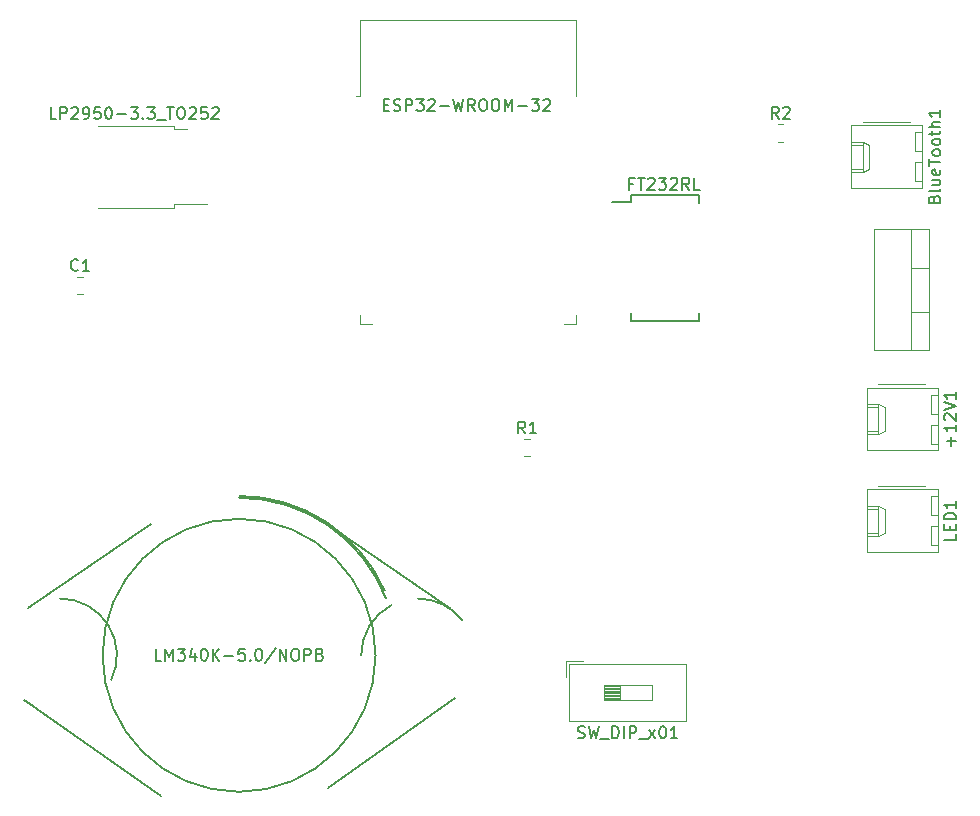
<source format=gbr>
%TF.GenerationSoftware,KiCad,Pcbnew,7.0.10*%
%TF.CreationDate,2024-03-05T16:09:12-06:00*%
%TF.ProjectId,shematic for power and light system,7368656d-6174-4696-9320-666f7220706f,rev?*%
%TF.SameCoordinates,Original*%
%TF.FileFunction,Legend,Top*%
%TF.FilePolarity,Positive*%
%FSLAX46Y46*%
G04 Gerber Fmt 4.6, Leading zero omitted, Abs format (unit mm)*
G04 Created by KiCad (PCBNEW 7.0.10) date 2024-03-05 16:09:12*
%MOMM*%
%LPD*%
G01*
G04 APERTURE LIST*
%ADD10C,0.150000*%
%ADD11C,0.152400*%
%ADD12C,0.120000*%
G04 APERTURE END LIST*
D10*
X109531971Y-122819319D02*
X109055781Y-122819319D01*
X109055781Y-122819319D02*
X109055781Y-121819319D01*
X109865305Y-122819319D02*
X109865305Y-121819319D01*
X109865305Y-121819319D02*
X110198638Y-122533604D01*
X110198638Y-122533604D02*
X110531971Y-121819319D01*
X110531971Y-121819319D02*
X110531971Y-122819319D01*
X110912924Y-121819319D02*
X111531971Y-121819319D01*
X111531971Y-121819319D02*
X111198638Y-122200271D01*
X111198638Y-122200271D02*
X111341495Y-122200271D01*
X111341495Y-122200271D02*
X111436733Y-122247890D01*
X111436733Y-122247890D02*
X111484352Y-122295509D01*
X111484352Y-122295509D02*
X111531971Y-122390747D01*
X111531971Y-122390747D02*
X111531971Y-122628842D01*
X111531971Y-122628842D02*
X111484352Y-122724080D01*
X111484352Y-122724080D02*
X111436733Y-122771700D01*
X111436733Y-122771700D02*
X111341495Y-122819319D01*
X111341495Y-122819319D02*
X111055781Y-122819319D01*
X111055781Y-122819319D02*
X110960543Y-122771700D01*
X110960543Y-122771700D02*
X110912924Y-122724080D01*
X112389114Y-122152652D02*
X112389114Y-122819319D01*
X112151019Y-121771700D02*
X111912924Y-122485985D01*
X111912924Y-122485985D02*
X112531971Y-122485985D01*
X113103400Y-121819319D02*
X113198638Y-121819319D01*
X113198638Y-121819319D02*
X113293876Y-121866938D01*
X113293876Y-121866938D02*
X113341495Y-121914557D01*
X113341495Y-121914557D02*
X113389114Y-122009795D01*
X113389114Y-122009795D02*
X113436733Y-122200271D01*
X113436733Y-122200271D02*
X113436733Y-122438366D01*
X113436733Y-122438366D02*
X113389114Y-122628842D01*
X113389114Y-122628842D02*
X113341495Y-122724080D01*
X113341495Y-122724080D02*
X113293876Y-122771700D01*
X113293876Y-122771700D02*
X113198638Y-122819319D01*
X113198638Y-122819319D02*
X113103400Y-122819319D01*
X113103400Y-122819319D02*
X113008162Y-122771700D01*
X113008162Y-122771700D02*
X112960543Y-122724080D01*
X112960543Y-122724080D02*
X112912924Y-122628842D01*
X112912924Y-122628842D02*
X112865305Y-122438366D01*
X112865305Y-122438366D02*
X112865305Y-122200271D01*
X112865305Y-122200271D02*
X112912924Y-122009795D01*
X112912924Y-122009795D02*
X112960543Y-121914557D01*
X112960543Y-121914557D02*
X113008162Y-121866938D01*
X113008162Y-121866938D02*
X113103400Y-121819319D01*
X113865305Y-122819319D02*
X113865305Y-121819319D01*
X114436733Y-122819319D02*
X114008162Y-122247890D01*
X114436733Y-121819319D02*
X113865305Y-122390747D01*
X114865305Y-122438366D02*
X115627210Y-122438366D01*
X116579590Y-121819319D02*
X116103400Y-121819319D01*
X116103400Y-121819319D02*
X116055781Y-122295509D01*
X116055781Y-122295509D02*
X116103400Y-122247890D01*
X116103400Y-122247890D02*
X116198638Y-122200271D01*
X116198638Y-122200271D02*
X116436733Y-122200271D01*
X116436733Y-122200271D02*
X116531971Y-122247890D01*
X116531971Y-122247890D02*
X116579590Y-122295509D01*
X116579590Y-122295509D02*
X116627209Y-122390747D01*
X116627209Y-122390747D02*
X116627209Y-122628842D01*
X116627209Y-122628842D02*
X116579590Y-122724080D01*
X116579590Y-122724080D02*
X116531971Y-122771700D01*
X116531971Y-122771700D02*
X116436733Y-122819319D01*
X116436733Y-122819319D02*
X116198638Y-122819319D01*
X116198638Y-122819319D02*
X116103400Y-122771700D01*
X116103400Y-122771700D02*
X116055781Y-122724080D01*
X117055781Y-122724080D02*
X117103400Y-122771700D01*
X117103400Y-122771700D02*
X117055781Y-122819319D01*
X117055781Y-122819319D02*
X117008162Y-122771700D01*
X117008162Y-122771700D02*
X117055781Y-122724080D01*
X117055781Y-122724080D02*
X117055781Y-122819319D01*
X117722447Y-121819319D02*
X117817685Y-121819319D01*
X117817685Y-121819319D02*
X117912923Y-121866938D01*
X117912923Y-121866938D02*
X117960542Y-121914557D01*
X117960542Y-121914557D02*
X118008161Y-122009795D01*
X118008161Y-122009795D02*
X118055780Y-122200271D01*
X118055780Y-122200271D02*
X118055780Y-122438366D01*
X118055780Y-122438366D02*
X118008161Y-122628842D01*
X118008161Y-122628842D02*
X117960542Y-122724080D01*
X117960542Y-122724080D02*
X117912923Y-122771700D01*
X117912923Y-122771700D02*
X117817685Y-122819319D01*
X117817685Y-122819319D02*
X117722447Y-122819319D01*
X117722447Y-122819319D02*
X117627209Y-122771700D01*
X117627209Y-122771700D02*
X117579590Y-122724080D01*
X117579590Y-122724080D02*
X117531971Y-122628842D01*
X117531971Y-122628842D02*
X117484352Y-122438366D01*
X117484352Y-122438366D02*
X117484352Y-122200271D01*
X117484352Y-122200271D02*
X117531971Y-122009795D01*
X117531971Y-122009795D02*
X117579590Y-121914557D01*
X117579590Y-121914557D02*
X117627209Y-121866938D01*
X117627209Y-121866938D02*
X117722447Y-121819319D01*
X119198637Y-121771700D02*
X118341495Y-123057414D01*
X119531971Y-122819319D02*
X119531971Y-121819319D01*
X119531971Y-121819319D02*
X120103399Y-122819319D01*
X120103399Y-122819319D02*
X120103399Y-121819319D01*
X120770066Y-121819319D02*
X120960542Y-121819319D01*
X120960542Y-121819319D02*
X121055780Y-121866938D01*
X121055780Y-121866938D02*
X121151018Y-121962176D01*
X121151018Y-121962176D02*
X121198637Y-122152652D01*
X121198637Y-122152652D02*
X121198637Y-122485985D01*
X121198637Y-122485985D02*
X121151018Y-122676461D01*
X121151018Y-122676461D02*
X121055780Y-122771700D01*
X121055780Y-122771700D02*
X120960542Y-122819319D01*
X120960542Y-122819319D02*
X120770066Y-122819319D01*
X120770066Y-122819319D02*
X120674828Y-122771700D01*
X120674828Y-122771700D02*
X120579590Y-122676461D01*
X120579590Y-122676461D02*
X120531971Y-122485985D01*
X120531971Y-122485985D02*
X120531971Y-122152652D01*
X120531971Y-122152652D02*
X120579590Y-121962176D01*
X120579590Y-121962176D02*
X120674828Y-121866938D01*
X120674828Y-121866938D02*
X120770066Y-121819319D01*
X121627209Y-122819319D02*
X121627209Y-121819319D01*
X121627209Y-121819319D02*
X122008161Y-121819319D01*
X122008161Y-121819319D02*
X122103399Y-121866938D01*
X122103399Y-121866938D02*
X122151018Y-121914557D01*
X122151018Y-121914557D02*
X122198637Y-122009795D01*
X122198637Y-122009795D02*
X122198637Y-122152652D01*
X122198637Y-122152652D02*
X122151018Y-122247890D01*
X122151018Y-122247890D02*
X122103399Y-122295509D01*
X122103399Y-122295509D02*
X122008161Y-122343128D01*
X122008161Y-122343128D02*
X121627209Y-122343128D01*
X122960542Y-122295509D02*
X123103399Y-122343128D01*
X123103399Y-122343128D02*
X123151018Y-122390747D01*
X123151018Y-122390747D02*
X123198637Y-122485985D01*
X123198637Y-122485985D02*
X123198637Y-122628842D01*
X123198637Y-122628842D02*
X123151018Y-122724080D01*
X123151018Y-122724080D02*
X123103399Y-122771700D01*
X123103399Y-122771700D02*
X123008161Y-122819319D01*
X123008161Y-122819319D02*
X122627209Y-122819319D01*
X122627209Y-122819319D02*
X122627209Y-121819319D01*
X122627209Y-121819319D02*
X122960542Y-121819319D01*
X122960542Y-121819319D02*
X123055780Y-121866938D01*
X123055780Y-121866938D02*
X123103399Y-121914557D01*
X123103399Y-121914557D02*
X123151018Y-122009795D01*
X123151018Y-122009795D02*
X123151018Y-122105033D01*
X123151018Y-122105033D02*
X123103399Y-122200271D01*
X123103399Y-122200271D02*
X123055780Y-122247890D01*
X123055780Y-122247890D02*
X122960542Y-122295509D01*
X122960542Y-122295509D02*
X122627209Y-122295509D01*
X161785823Y-76939245D02*
X161452490Y-76463054D01*
X161214395Y-76939245D02*
X161214395Y-75939245D01*
X161214395Y-75939245D02*
X161595347Y-75939245D01*
X161595347Y-75939245D02*
X161690585Y-75986864D01*
X161690585Y-75986864D02*
X161738204Y-76034483D01*
X161738204Y-76034483D02*
X161785823Y-76129721D01*
X161785823Y-76129721D02*
X161785823Y-76272578D01*
X161785823Y-76272578D02*
X161738204Y-76367816D01*
X161738204Y-76367816D02*
X161690585Y-76415435D01*
X161690585Y-76415435D02*
X161595347Y-76463054D01*
X161595347Y-76463054D02*
X161214395Y-76463054D01*
X162166776Y-76034483D02*
X162214395Y-75986864D01*
X162214395Y-75986864D02*
X162309633Y-75939245D01*
X162309633Y-75939245D02*
X162547728Y-75939245D01*
X162547728Y-75939245D02*
X162642966Y-75986864D01*
X162642966Y-75986864D02*
X162690585Y-76034483D01*
X162690585Y-76034483D02*
X162738204Y-76129721D01*
X162738204Y-76129721D02*
X162738204Y-76224959D01*
X162738204Y-76224959D02*
X162690585Y-76367816D01*
X162690585Y-76367816D02*
X162119157Y-76939245D01*
X162119157Y-76939245D02*
X162738204Y-76939245D01*
X176415463Y-104607951D02*
X176415463Y-103846047D01*
X176796416Y-104226999D02*
X176034511Y-104226999D01*
X176796416Y-102846047D02*
X176796416Y-103417475D01*
X176796416Y-103131761D02*
X175796416Y-103131761D01*
X175796416Y-103131761D02*
X175939273Y-103226999D01*
X175939273Y-103226999D02*
X176034511Y-103322237D01*
X176034511Y-103322237D02*
X176082130Y-103417475D01*
X175891654Y-102465094D02*
X175844035Y-102417475D01*
X175844035Y-102417475D02*
X175796416Y-102322237D01*
X175796416Y-102322237D02*
X175796416Y-102084142D01*
X175796416Y-102084142D02*
X175844035Y-101988904D01*
X175844035Y-101988904D02*
X175891654Y-101941285D01*
X175891654Y-101941285D02*
X175986892Y-101893666D01*
X175986892Y-101893666D02*
X176082130Y-101893666D01*
X176082130Y-101893666D02*
X176224987Y-101941285D01*
X176224987Y-101941285D02*
X176796416Y-102512713D01*
X176796416Y-102512713D02*
X176796416Y-101893666D01*
X175796416Y-101607951D02*
X176796416Y-101274618D01*
X176796416Y-101274618D02*
X175796416Y-100941285D01*
X176796416Y-100084142D02*
X176796416Y-100655570D01*
X176796416Y-100369856D02*
X175796416Y-100369856D01*
X175796416Y-100369856D02*
X175939273Y-100465094D01*
X175939273Y-100465094D02*
X176034511Y-100560332D01*
X176034511Y-100560332D02*
X176082130Y-100655570D01*
X174955791Y-83730484D02*
X175003410Y-83587627D01*
X175003410Y-83587627D02*
X175051029Y-83540008D01*
X175051029Y-83540008D02*
X175146267Y-83492389D01*
X175146267Y-83492389D02*
X175289124Y-83492389D01*
X175289124Y-83492389D02*
X175384362Y-83540008D01*
X175384362Y-83540008D02*
X175431982Y-83587627D01*
X175431982Y-83587627D02*
X175479601Y-83682865D01*
X175479601Y-83682865D02*
X175479601Y-84063817D01*
X175479601Y-84063817D02*
X174479601Y-84063817D01*
X174479601Y-84063817D02*
X174479601Y-83730484D01*
X174479601Y-83730484D02*
X174527220Y-83635246D01*
X174527220Y-83635246D02*
X174574839Y-83587627D01*
X174574839Y-83587627D02*
X174670077Y-83540008D01*
X174670077Y-83540008D02*
X174765315Y-83540008D01*
X174765315Y-83540008D02*
X174860553Y-83587627D01*
X174860553Y-83587627D02*
X174908172Y-83635246D01*
X174908172Y-83635246D02*
X174955791Y-83730484D01*
X174955791Y-83730484D02*
X174955791Y-84063817D01*
X175479601Y-82920960D02*
X175431982Y-83016198D01*
X175431982Y-83016198D02*
X175336743Y-83063817D01*
X175336743Y-83063817D02*
X174479601Y-83063817D01*
X174812934Y-82111436D02*
X175479601Y-82111436D01*
X174812934Y-82540007D02*
X175336743Y-82540007D01*
X175336743Y-82540007D02*
X175431982Y-82492388D01*
X175431982Y-82492388D02*
X175479601Y-82397150D01*
X175479601Y-82397150D02*
X175479601Y-82254293D01*
X175479601Y-82254293D02*
X175431982Y-82159055D01*
X175431982Y-82159055D02*
X175384362Y-82111436D01*
X175431982Y-81254293D02*
X175479601Y-81349531D01*
X175479601Y-81349531D02*
X175479601Y-81540007D01*
X175479601Y-81540007D02*
X175431982Y-81635245D01*
X175431982Y-81635245D02*
X175336743Y-81682864D01*
X175336743Y-81682864D02*
X174955791Y-81682864D01*
X174955791Y-81682864D02*
X174860553Y-81635245D01*
X174860553Y-81635245D02*
X174812934Y-81540007D01*
X174812934Y-81540007D02*
X174812934Y-81349531D01*
X174812934Y-81349531D02*
X174860553Y-81254293D01*
X174860553Y-81254293D02*
X174955791Y-81206674D01*
X174955791Y-81206674D02*
X175051029Y-81206674D01*
X175051029Y-81206674D02*
X175146267Y-81682864D01*
X174479601Y-80920959D02*
X174479601Y-80349531D01*
X175479601Y-80635245D02*
X174479601Y-80635245D01*
X175479601Y-79873340D02*
X175431982Y-79968578D01*
X175431982Y-79968578D02*
X175384362Y-80016197D01*
X175384362Y-80016197D02*
X175289124Y-80063816D01*
X175289124Y-80063816D02*
X175003410Y-80063816D01*
X175003410Y-80063816D02*
X174908172Y-80016197D01*
X174908172Y-80016197D02*
X174860553Y-79968578D01*
X174860553Y-79968578D02*
X174812934Y-79873340D01*
X174812934Y-79873340D02*
X174812934Y-79730483D01*
X174812934Y-79730483D02*
X174860553Y-79635245D01*
X174860553Y-79635245D02*
X174908172Y-79587626D01*
X174908172Y-79587626D02*
X175003410Y-79540007D01*
X175003410Y-79540007D02*
X175289124Y-79540007D01*
X175289124Y-79540007D02*
X175384362Y-79587626D01*
X175384362Y-79587626D02*
X175431982Y-79635245D01*
X175431982Y-79635245D02*
X175479601Y-79730483D01*
X175479601Y-79730483D02*
X175479601Y-79873340D01*
X175479601Y-78968578D02*
X175431982Y-79063816D01*
X175431982Y-79063816D02*
X175384362Y-79111435D01*
X175384362Y-79111435D02*
X175289124Y-79159054D01*
X175289124Y-79159054D02*
X175003410Y-79159054D01*
X175003410Y-79159054D02*
X174908172Y-79111435D01*
X174908172Y-79111435D02*
X174860553Y-79063816D01*
X174860553Y-79063816D02*
X174812934Y-78968578D01*
X174812934Y-78968578D02*
X174812934Y-78825721D01*
X174812934Y-78825721D02*
X174860553Y-78730483D01*
X174860553Y-78730483D02*
X174908172Y-78682864D01*
X174908172Y-78682864D02*
X175003410Y-78635245D01*
X175003410Y-78635245D02*
X175289124Y-78635245D01*
X175289124Y-78635245D02*
X175384362Y-78682864D01*
X175384362Y-78682864D02*
X175431982Y-78730483D01*
X175431982Y-78730483D02*
X175479601Y-78825721D01*
X175479601Y-78825721D02*
X175479601Y-78968578D01*
X174812934Y-78349530D02*
X174812934Y-77968578D01*
X174479601Y-78206673D02*
X175336743Y-78206673D01*
X175336743Y-78206673D02*
X175431982Y-78159054D01*
X175431982Y-78159054D02*
X175479601Y-78063816D01*
X175479601Y-78063816D02*
X175479601Y-77968578D01*
X175479601Y-77635244D02*
X174479601Y-77635244D01*
X175479601Y-77206673D02*
X174955791Y-77206673D01*
X174955791Y-77206673D02*
X174860553Y-77254292D01*
X174860553Y-77254292D02*
X174812934Y-77349530D01*
X174812934Y-77349530D02*
X174812934Y-77492387D01*
X174812934Y-77492387D02*
X174860553Y-77587625D01*
X174860553Y-77587625D02*
X174908172Y-77635244D01*
X175479601Y-76206673D02*
X175479601Y-76778101D01*
X175479601Y-76492387D02*
X174479601Y-76492387D01*
X174479601Y-76492387D02*
X174622458Y-76587625D01*
X174622458Y-76587625D02*
X174717696Y-76682863D01*
X174717696Y-76682863D02*
X174765315Y-76778101D01*
X140323179Y-103583236D02*
X139989846Y-103107045D01*
X139751751Y-103583236D02*
X139751751Y-102583236D01*
X139751751Y-102583236D02*
X140132703Y-102583236D01*
X140132703Y-102583236D02*
X140227941Y-102630855D01*
X140227941Y-102630855D02*
X140275560Y-102678474D01*
X140275560Y-102678474D02*
X140323179Y-102773712D01*
X140323179Y-102773712D02*
X140323179Y-102916569D01*
X140323179Y-102916569D02*
X140275560Y-103011807D01*
X140275560Y-103011807D02*
X140227941Y-103059426D01*
X140227941Y-103059426D02*
X140132703Y-103107045D01*
X140132703Y-103107045D02*
X139751751Y-103107045D01*
X141275560Y-103583236D02*
X140704132Y-103583236D01*
X140989846Y-103583236D02*
X140989846Y-102583236D01*
X140989846Y-102583236D02*
X140894608Y-102726093D01*
X140894608Y-102726093D02*
X140799370Y-102821331D01*
X140799370Y-102821331D02*
X140704132Y-102868950D01*
X100627730Y-76959237D02*
X100151540Y-76959237D01*
X100151540Y-76959237D02*
X100151540Y-75959237D01*
X100961064Y-76959237D02*
X100961064Y-75959237D01*
X100961064Y-75959237D02*
X101342016Y-75959237D01*
X101342016Y-75959237D02*
X101437254Y-76006856D01*
X101437254Y-76006856D02*
X101484873Y-76054475D01*
X101484873Y-76054475D02*
X101532492Y-76149713D01*
X101532492Y-76149713D02*
X101532492Y-76292570D01*
X101532492Y-76292570D02*
X101484873Y-76387808D01*
X101484873Y-76387808D02*
X101437254Y-76435427D01*
X101437254Y-76435427D02*
X101342016Y-76483046D01*
X101342016Y-76483046D02*
X100961064Y-76483046D01*
X101913445Y-76054475D02*
X101961064Y-76006856D01*
X101961064Y-76006856D02*
X102056302Y-75959237D01*
X102056302Y-75959237D02*
X102294397Y-75959237D01*
X102294397Y-75959237D02*
X102389635Y-76006856D01*
X102389635Y-76006856D02*
X102437254Y-76054475D01*
X102437254Y-76054475D02*
X102484873Y-76149713D01*
X102484873Y-76149713D02*
X102484873Y-76244951D01*
X102484873Y-76244951D02*
X102437254Y-76387808D01*
X102437254Y-76387808D02*
X101865826Y-76959237D01*
X101865826Y-76959237D02*
X102484873Y-76959237D01*
X102961064Y-76959237D02*
X103151540Y-76959237D01*
X103151540Y-76959237D02*
X103246778Y-76911618D01*
X103246778Y-76911618D02*
X103294397Y-76863998D01*
X103294397Y-76863998D02*
X103389635Y-76721141D01*
X103389635Y-76721141D02*
X103437254Y-76530665D01*
X103437254Y-76530665D02*
X103437254Y-76149713D01*
X103437254Y-76149713D02*
X103389635Y-76054475D01*
X103389635Y-76054475D02*
X103342016Y-76006856D01*
X103342016Y-76006856D02*
X103246778Y-75959237D01*
X103246778Y-75959237D02*
X103056302Y-75959237D01*
X103056302Y-75959237D02*
X102961064Y-76006856D01*
X102961064Y-76006856D02*
X102913445Y-76054475D01*
X102913445Y-76054475D02*
X102865826Y-76149713D01*
X102865826Y-76149713D02*
X102865826Y-76387808D01*
X102865826Y-76387808D02*
X102913445Y-76483046D01*
X102913445Y-76483046D02*
X102961064Y-76530665D01*
X102961064Y-76530665D02*
X103056302Y-76578284D01*
X103056302Y-76578284D02*
X103246778Y-76578284D01*
X103246778Y-76578284D02*
X103342016Y-76530665D01*
X103342016Y-76530665D02*
X103389635Y-76483046D01*
X103389635Y-76483046D02*
X103437254Y-76387808D01*
X104342016Y-75959237D02*
X103865826Y-75959237D01*
X103865826Y-75959237D02*
X103818207Y-76435427D01*
X103818207Y-76435427D02*
X103865826Y-76387808D01*
X103865826Y-76387808D02*
X103961064Y-76340189D01*
X103961064Y-76340189D02*
X104199159Y-76340189D01*
X104199159Y-76340189D02*
X104294397Y-76387808D01*
X104294397Y-76387808D02*
X104342016Y-76435427D01*
X104342016Y-76435427D02*
X104389635Y-76530665D01*
X104389635Y-76530665D02*
X104389635Y-76768760D01*
X104389635Y-76768760D02*
X104342016Y-76863998D01*
X104342016Y-76863998D02*
X104294397Y-76911618D01*
X104294397Y-76911618D02*
X104199159Y-76959237D01*
X104199159Y-76959237D02*
X103961064Y-76959237D01*
X103961064Y-76959237D02*
X103865826Y-76911618D01*
X103865826Y-76911618D02*
X103818207Y-76863998D01*
X105008683Y-75959237D02*
X105103921Y-75959237D01*
X105103921Y-75959237D02*
X105199159Y-76006856D01*
X105199159Y-76006856D02*
X105246778Y-76054475D01*
X105246778Y-76054475D02*
X105294397Y-76149713D01*
X105294397Y-76149713D02*
X105342016Y-76340189D01*
X105342016Y-76340189D02*
X105342016Y-76578284D01*
X105342016Y-76578284D02*
X105294397Y-76768760D01*
X105294397Y-76768760D02*
X105246778Y-76863998D01*
X105246778Y-76863998D02*
X105199159Y-76911618D01*
X105199159Y-76911618D02*
X105103921Y-76959237D01*
X105103921Y-76959237D02*
X105008683Y-76959237D01*
X105008683Y-76959237D02*
X104913445Y-76911618D01*
X104913445Y-76911618D02*
X104865826Y-76863998D01*
X104865826Y-76863998D02*
X104818207Y-76768760D01*
X104818207Y-76768760D02*
X104770588Y-76578284D01*
X104770588Y-76578284D02*
X104770588Y-76340189D01*
X104770588Y-76340189D02*
X104818207Y-76149713D01*
X104818207Y-76149713D02*
X104865826Y-76054475D01*
X104865826Y-76054475D02*
X104913445Y-76006856D01*
X104913445Y-76006856D02*
X105008683Y-75959237D01*
X105770588Y-76578284D02*
X106532493Y-76578284D01*
X106913445Y-75959237D02*
X107532492Y-75959237D01*
X107532492Y-75959237D02*
X107199159Y-76340189D01*
X107199159Y-76340189D02*
X107342016Y-76340189D01*
X107342016Y-76340189D02*
X107437254Y-76387808D01*
X107437254Y-76387808D02*
X107484873Y-76435427D01*
X107484873Y-76435427D02*
X107532492Y-76530665D01*
X107532492Y-76530665D02*
X107532492Y-76768760D01*
X107532492Y-76768760D02*
X107484873Y-76863998D01*
X107484873Y-76863998D02*
X107437254Y-76911618D01*
X107437254Y-76911618D02*
X107342016Y-76959237D01*
X107342016Y-76959237D02*
X107056302Y-76959237D01*
X107056302Y-76959237D02*
X106961064Y-76911618D01*
X106961064Y-76911618D02*
X106913445Y-76863998D01*
X107961064Y-76863998D02*
X108008683Y-76911618D01*
X108008683Y-76911618D02*
X107961064Y-76959237D01*
X107961064Y-76959237D02*
X107913445Y-76911618D01*
X107913445Y-76911618D02*
X107961064Y-76863998D01*
X107961064Y-76863998D02*
X107961064Y-76959237D01*
X108342016Y-75959237D02*
X108961063Y-75959237D01*
X108961063Y-75959237D02*
X108627730Y-76340189D01*
X108627730Y-76340189D02*
X108770587Y-76340189D01*
X108770587Y-76340189D02*
X108865825Y-76387808D01*
X108865825Y-76387808D02*
X108913444Y-76435427D01*
X108913444Y-76435427D02*
X108961063Y-76530665D01*
X108961063Y-76530665D02*
X108961063Y-76768760D01*
X108961063Y-76768760D02*
X108913444Y-76863998D01*
X108913444Y-76863998D02*
X108865825Y-76911618D01*
X108865825Y-76911618D02*
X108770587Y-76959237D01*
X108770587Y-76959237D02*
X108484873Y-76959237D01*
X108484873Y-76959237D02*
X108389635Y-76911618D01*
X108389635Y-76911618D02*
X108342016Y-76863998D01*
X109151540Y-77054475D02*
X109913444Y-77054475D01*
X110008683Y-75959237D02*
X110580111Y-75959237D01*
X110294397Y-76959237D02*
X110294397Y-75959237D01*
X111103921Y-75959237D02*
X111294397Y-75959237D01*
X111294397Y-75959237D02*
X111389635Y-76006856D01*
X111389635Y-76006856D02*
X111484873Y-76102094D01*
X111484873Y-76102094D02*
X111532492Y-76292570D01*
X111532492Y-76292570D02*
X111532492Y-76625903D01*
X111532492Y-76625903D02*
X111484873Y-76816379D01*
X111484873Y-76816379D02*
X111389635Y-76911618D01*
X111389635Y-76911618D02*
X111294397Y-76959237D01*
X111294397Y-76959237D02*
X111103921Y-76959237D01*
X111103921Y-76959237D02*
X111008683Y-76911618D01*
X111008683Y-76911618D02*
X110913445Y-76816379D01*
X110913445Y-76816379D02*
X110865826Y-76625903D01*
X110865826Y-76625903D02*
X110865826Y-76292570D01*
X110865826Y-76292570D02*
X110913445Y-76102094D01*
X110913445Y-76102094D02*
X111008683Y-76006856D01*
X111008683Y-76006856D02*
X111103921Y-75959237D01*
X111913445Y-76054475D02*
X111961064Y-76006856D01*
X111961064Y-76006856D02*
X112056302Y-75959237D01*
X112056302Y-75959237D02*
X112294397Y-75959237D01*
X112294397Y-75959237D02*
X112389635Y-76006856D01*
X112389635Y-76006856D02*
X112437254Y-76054475D01*
X112437254Y-76054475D02*
X112484873Y-76149713D01*
X112484873Y-76149713D02*
X112484873Y-76244951D01*
X112484873Y-76244951D02*
X112437254Y-76387808D01*
X112437254Y-76387808D02*
X111865826Y-76959237D01*
X111865826Y-76959237D02*
X112484873Y-76959237D01*
X113389635Y-75959237D02*
X112913445Y-75959237D01*
X112913445Y-75959237D02*
X112865826Y-76435427D01*
X112865826Y-76435427D02*
X112913445Y-76387808D01*
X112913445Y-76387808D02*
X113008683Y-76340189D01*
X113008683Y-76340189D02*
X113246778Y-76340189D01*
X113246778Y-76340189D02*
X113342016Y-76387808D01*
X113342016Y-76387808D02*
X113389635Y-76435427D01*
X113389635Y-76435427D02*
X113437254Y-76530665D01*
X113437254Y-76530665D02*
X113437254Y-76768760D01*
X113437254Y-76768760D02*
X113389635Y-76863998D01*
X113389635Y-76863998D02*
X113342016Y-76911618D01*
X113342016Y-76911618D02*
X113246778Y-76959237D01*
X113246778Y-76959237D02*
X113008683Y-76959237D01*
X113008683Y-76959237D02*
X112913445Y-76911618D01*
X112913445Y-76911618D02*
X112865826Y-76863998D01*
X113818207Y-76054475D02*
X113865826Y-76006856D01*
X113865826Y-76006856D02*
X113961064Y-75959237D01*
X113961064Y-75959237D02*
X114199159Y-75959237D01*
X114199159Y-75959237D02*
X114294397Y-76006856D01*
X114294397Y-76006856D02*
X114342016Y-76054475D01*
X114342016Y-76054475D02*
X114389635Y-76149713D01*
X114389635Y-76149713D02*
X114389635Y-76244951D01*
X114389635Y-76244951D02*
X114342016Y-76387808D01*
X114342016Y-76387808D02*
X113770588Y-76959237D01*
X113770588Y-76959237D02*
X114389635Y-76959237D01*
X102470833Y-89738580D02*
X102423214Y-89786200D01*
X102423214Y-89786200D02*
X102280357Y-89833819D01*
X102280357Y-89833819D02*
X102185119Y-89833819D01*
X102185119Y-89833819D02*
X102042262Y-89786200D01*
X102042262Y-89786200D02*
X101947024Y-89690961D01*
X101947024Y-89690961D02*
X101899405Y-89595723D01*
X101899405Y-89595723D02*
X101851786Y-89405247D01*
X101851786Y-89405247D02*
X101851786Y-89262390D01*
X101851786Y-89262390D02*
X101899405Y-89071914D01*
X101899405Y-89071914D02*
X101947024Y-88976676D01*
X101947024Y-88976676D02*
X102042262Y-88881438D01*
X102042262Y-88881438D02*
X102185119Y-88833819D01*
X102185119Y-88833819D02*
X102280357Y-88833819D01*
X102280357Y-88833819D02*
X102423214Y-88881438D01*
X102423214Y-88881438D02*
X102470833Y-88929057D01*
X103423214Y-89833819D02*
X102851786Y-89833819D01*
X103137500Y-89833819D02*
X103137500Y-88833819D01*
X103137500Y-88833819D02*
X103042262Y-88976676D01*
X103042262Y-88976676D02*
X102947024Y-89071914D01*
X102947024Y-89071914D02*
X102851786Y-89119533D01*
X176796416Y-112088314D02*
X176796416Y-112564504D01*
X176796416Y-112564504D02*
X175796416Y-112564504D01*
X176272606Y-111754980D02*
X176272606Y-111421647D01*
X176796416Y-111278790D02*
X176796416Y-111754980D01*
X176796416Y-111754980D02*
X175796416Y-111754980D01*
X175796416Y-111754980D02*
X175796416Y-111278790D01*
X176796416Y-110850218D02*
X175796416Y-110850218D01*
X175796416Y-110850218D02*
X175796416Y-110612123D01*
X175796416Y-110612123D02*
X175844035Y-110469266D01*
X175844035Y-110469266D02*
X175939273Y-110374028D01*
X175939273Y-110374028D02*
X176034511Y-110326409D01*
X176034511Y-110326409D02*
X176224987Y-110278790D01*
X176224987Y-110278790D02*
X176367844Y-110278790D01*
X176367844Y-110278790D02*
X176558320Y-110326409D01*
X176558320Y-110326409D02*
X176653558Y-110374028D01*
X176653558Y-110374028D02*
X176748797Y-110469266D01*
X176748797Y-110469266D02*
X176796416Y-110612123D01*
X176796416Y-110612123D02*
X176796416Y-110850218D01*
X176796416Y-109326409D02*
X176796416Y-109897837D01*
X176796416Y-109612123D02*
X175796416Y-109612123D01*
X175796416Y-109612123D02*
X175939273Y-109707361D01*
X175939273Y-109707361D02*
X176034511Y-109802599D01*
X176034511Y-109802599D02*
X176082130Y-109897837D01*
X128344425Y-75739008D02*
X128677758Y-75739008D01*
X128820615Y-76262818D02*
X128344425Y-76262818D01*
X128344425Y-76262818D02*
X128344425Y-75262818D01*
X128344425Y-75262818D02*
X128820615Y-75262818D01*
X129201568Y-76215199D02*
X129344425Y-76262818D01*
X129344425Y-76262818D02*
X129582520Y-76262818D01*
X129582520Y-76262818D02*
X129677758Y-76215199D01*
X129677758Y-76215199D02*
X129725377Y-76167579D01*
X129725377Y-76167579D02*
X129772996Y-76072341D01*
X129772996Y-76072341D02*
X129772996Y-75977103D01*
X129772996Y-75977103D02*
X129725377Y-75881865D01*
X129725377Y-75881865D02*
X129677758Y-75834246D01*
X129677758Y-75834246D02*
X129582520Y-75786627D01*
X129582520Y-75786627D02*
X129392044Y-75739008D01*
X129392044Y-75739008D02*
X129296806Y-75691389D01*
X129296806Y-75691389D02*
X129249187Y-75643770D01*
X129249187Y-75643770D02*
X129201568Y-75548532D01*
X129201568Y-75548532D02*
X129201568Y-75453294D01*
X129201568Y-75453294D02*
X129249187Y-75358056D01*
X129249187Y-75358056D02*
X129296806Y-75310437D01*
X129296806Y-75310437D02*
X129392044Y-75262818D01*
X129392044Y-75262818D02*
X129630139Y-75262818D01*
X129630139Y-75262818D02*
X129772996Y-75310437D01*
X130201568Y-76262818D02*
X130201568Y-75262818D01*
X130201568Y-75262818D02*
X130582520Y-75262818D01*
X130582520Y-75262818D02*
X130677758Y-75310437D01*
X130677758Y-75310437D02*
X130725377Y-75358056D01*
X130725377Y-75358056D02*
X130772996Y-75453294D01*
X130772996Y-75453294D02*
X130772996Y-75596151D01*
X130772996Y-75596151D02*
X130725377Y-75691389D01*
X130725377Y-75691389D02*
X130677758Y-75739008D01*
X130677758Y-75739008D02*
X130582520Y-75786627D01*
X130582520Y-75786627D02*
X130201568Y-75786627D01*
X131106330Y-75262818D02*
X131725377Y-75262818D01*
X131725377Y-75262818D02*
X131392044Y-75643770D01*
X131392044Y-75643770D02*
X131534901Y-75643770D01*
X131534901Y-75643770D02*
X131630139Y-75691389D01*
X131630139Y-75691389D02*
X131677758Y-75739008D01*
X131677758Y-75739008D02*
X131725377Y-75834246D01*
X131725377Y-75834246D02*
X131725377Y-76072341D01*
X131725377Y-76072341D02*
X131677758Y-76167579D01*
X131677758Y-76167579D02*
X131630139Y-76215199D01*
X131630139Y-76215199D02*
X131534901Y-76262818D01*
X131534901Y-76262818D02*
X131249187Y-76262818D01*
X131249187Y-76262818D02*
X131153949Y-76215199D01*
X131153949Y-76215199D02*
X131106330Y-76167579D01*
X132106330Y-75358056D02*
X132153949Y-75310437D01*
X132153949Y-75310437D02*
X132249187Y-75262818D01*
X132249187Y-75262818D02*
X132487282Y-75262818D01*
X132487282Y-75262818D02*
X132582520Y-75310437D01*
X132582520Y-75310437D02*
X132630139Y-75358056D01*
X132630139Y-75358056D02*
X132677758Y-75453294D01*
X132677758Y-75453294D02*
X132677758Y-75548532D01*
X132677758Y-75548532D02*
X132630139Y-75691389D01*
X132630139Y-75691389D02*
X132058711Y-76262818D01*
X132058711Y-76262818D02*
X132677758Y-76262818D01*
X133106330Y-75881865D02*
X133868235Y-75881865D01*
X134249187Y-75262818D02*
X134487282Y-76262818D01*
X134487282Y-76262818D02*
X134677758Y-75548532D01*
X134677758Y-75548532D02*
X134868234Y-76262818D01*
X134868234Y-76262818D02*
X135106330Y-75262818D01*
X136058710Y-76262818D02*
X135725377Y-75786627D01*
X135487282Y-76262818D02*
X135487282Y-75262818D01*
X135487282Y-75262818D02*
X135868234Y-75262818D01*
X135868234Y-75262818D02*
X135963472Y-75310437D01*
X135963472Y-75310437D02*
X136011091Y-75358056D01*
X136011091Y-75358056D02*
X136058710Y-75453294D01*
X136058710Y-75453294D02*
X136058710Y-75596151D01*
X136058710Y-75596151D02*
X136011091Y-75691389D01*
X136011091Y-75691389D02*
X135963472Y-75739008D01*
X135963472Y-75739008D02*
X135868234Y-75786627D01*
X135868234Y-75786627D02*
X135487282Y-75786627D01*
X136677758Y-75262818D02*
X136868234Y-75262818D01*
X136868234Y-75262818D02*
X136963472Y-75310437D01*
X136963472Y-75310437D02*
X137058710Y-75405675D01*
X137058710Y-75405675D02*
X137106329Y-75596151D01*
X137106329Y-75596151D02*
X137106329Y-75929484D01*
X137106329Y-75929484D02*
X137058710Y-76119960D01*
X137058710Y-76119960D02*
X136963472Y-76215199D01*
X136963472Y-76215199D02*
X136868234Y-76262818D01*
X136868234Y-76262818D02*
X136677758Y-76262818D01*
X136677758Y-76262818D02*
X136582520Y-76215199D01*
X136582520Y-76215199D02*
X136487282Y-76119960D01*
X136487282Y-76119960D02*
X136439663Y-75929484D01*
X136439663Y-75929484D02*
X136439663Y-75596151D01*
X136439663Y-75596151D02*
X136487282Y-75405675D01*
X136487282Y-75405675D02*
X136582520Y-75310437D01*
X136582520Y-75310437D02*
X136677758Y-75262818D01*
X137725377Y-75262818D02*
X137915853Y-75262818D01*
X137915853Y-75262818D02*
X138011091Y-75310437D01*
X138011091Y-75310437D02*
X138106329Y-75405675D01*
X138106329Y-75405675D02*
X138153948Y-75596151D01*
X138153948Y-75596151D02*
X138153948Y-75929484D01*
X138153948Y-75929484D02*
X138106329Y-76119960D01*
X138106329Y-76119960D02*
X138011091Y-76215199D01*
X138011091Y-76215199D02*
X137915853Y-76262818D01*
X137915853Y-76262818D02*
X137725377Y-76262818D01*
X137725377Y-76262818D02*
X137630139Y-76215199D01*
X137630139Y-76215199D02*
X137534901Y-76119960D01*
X137534901Y-76119960D02*
X137487282Y-75929484D01*
X137487282Y-75929484D02*
X137487282Y-75596151D01*
X137487282Y-75596151D02*
X137534901Y-75405675D01*
X137534901Y-75405675D02*
X137630139Y-75310437D01*
X137630139Y-75310437D02*
X137725377Y-75262818D01*
X138582520Y-76262818D02*
X138582520Y-75262818D01*
X138582520Y-75262818D02*
X138915853Y-75977103D01*
X138915853Y-75977103D02*
X139249186Y-75262818D01*
X139249186Y-75262818D02*
X139249186Y-76262818D01*
X139725377Y-75881865D02*
X140487282Y-75881865D01*
X140868234Y-75262818D02*
X141487281Y-75262818D01*
X141487281Y-75262818D02*
X141153948Y-75643770D01*
X141153948Y-75643770D02*
X141296805Y-75643770D01*
X141296805Y-75643770D02*
X141392043Y-75691389D01*
X141392043Y-75691389D02*
X141439662Y-75739008D01*
X141439662Y-75739008D02*
X141487281Y-75834246D01*
X141487281Y-75834246D02*
X141487281Y-76072341D01*
X141487281Y-76072341D02*
X141439662Y-76167579D01*
X141439662Y-76167579D02*
X141392043Y-76215199D01*
X141392043Y-76215199D02*
X141296805Y-76262818D01*
X141296805Y-76262818D02*
X141011091Y-76262818D01*
X141011091Y-76262818D02*
X140915853Y-76215199D01*
X140915853Y-76215199D02*
X140868234Y-76167579D01*
X141868234Y-75358056D02*
X141915853Y-75310437D01*
X141915853Y-75310437D02*
X142011091Y-75262818D01*
X142011091Y-75262818D02*
X142249186Y-75262818D01*
X142249186Y-75262818D02*
X142344424Y-75310437D01*
X142344424Y-75310437D02*
X142392043Y-75358056D01*
X142392043Y-75358056D02*
X142439662Y-75453294D01*
X142439662Y-75453294D02*
X142439662Y-75548532D01*
X142439662Y-75548532D02*
X142392043Y-75691389D01*
X142392043Y-75691389D02*
X141820615Y-76262818D01*
X141820615Y-76262818D02*
X142439662Y-76262818D01*
X144787860Y-129335470D02*
X144930717Y-129383089D01*
X144930717Y-129383089D02*
X145168812Y-129383089D01*
X145168812Y-129383089D02*
X145264050Y-129335470D01*
X145264050Y-129335470D02*
X145311669Y-129287850D01*
X145311669Y-129287850D02*
X145359288Y-129192612D01*
X145359288Y-129192612D02*
X145359288Y-129097374D01*
X145359288Y-129097374D02*
X145311669Y-129002136D01*
X145311669Y-129002136D02*
X145264050Y-128954517D01*
X145264050Y-128954517D02*
X145168812Y-128906898D01*
X145168812Y-128906898D02*
X144978336Y-128859279D01*
X144978336Y-128859279D02*
X144883098Y-128811660D01*
X144883098Y-128811660D02*
X144835479Y-128764041D01*
X144835479Y-128764041D02*
X144787860Y-128668803D01*
X144787860Y-128668803D02*
X144787860Y-128573565D01*
X144787860Y-128573565D02*
X144835479Y-128478327D01*
X144835479Y-128478327D02*
X144883098Y-128430708D01*
X144883098Y-128430708D02*
X144978336Y-128383089D01*
X144978336Y-128383089D02*
X145216431Y-128383089D01*
X145216431Y-128383089D02*
X145359288Y-128430708D01*
X145692622Y-128383089D02*
X145930717Y-129383089D01*
X145930717Y-129383089D02*
X146121193Y-128668803D01*
X146121193Y-128668803D02*
X146311669Y-129383089D01*
X146311669Y-129383089D02*
X146549765Y-128383089D01*
X146692622Y-129478327D02*
X147454526Y-129478327D01*
X147692622Y-129383089D02*
X147692622Y-128383089D01*
X147692622Y-128383089D02*
X147930717Y-128383089D01*
X147930717Y-128383089D02*
X148073574Y-128430708D01*
X148073574Y-128430708D02*
X148168812Y-128525946D01*
X148168812Y-128525946D02*
X148216431Y-128621184D01*
X148216431Y-128621184D02*
X148264050Y-128811660D01*
X148264050Y-128811660D02*
X148264050Y-128954517D01*
X148264050Y-128954517D02*
X148216431Y-129144993D01*
X148216431Y-129144993D02*
X148168812Y-129240231D01*
X148168812Y-129240231D02*
X148073574Y-129335470D01*
X148073574Y-129335470D02*
X147930717Y-129383089D01*
X147930717Y-129383089D02*
X147692622Y-129383089D01*
X148692622Y-129383089D02*
X148692622Y-128383089D01*
X149168812Y-129383089D02*
X149168812Y-128383089D01*
X149168812Y-128383089D02*
X149549764Y-128383089D01*
X149549764Y-128383089D02*
X149645002Y-128430708D01*
X149645002Y-128430708D02*
X149692621Y-128478327D01*
X149692621Y-128478327D02*
X149740240Y-128573565D01*
X149740240Y-128573565D02*
X149740240Y-128716422D01*
X149740240Y-128716422D02*
X149692621Y-128811660D01*
X149692621Y-128811660D02*
X149645002Y-128859279D01*
X149645002Y-128859279D02*
X149549764Y-128906898D01*
X149549764Y-128906898D02*
X149168812Y-128906898D01*
X149930717Y-129478327D02*
X150692621Y-129478327D01*
X150835479Y-129383089D02*
X151359288Y-128716422D01*
X150835479Y-128716422D02*
X151359288Y-129383089D01*
X151930717Y-128383089D02*
X152025955Y-128383089D01*
X152025955Y-128383089D02*
X152121193Y-128430708D01*
X152121193Y-128430708D02*
X152168812Y-128478327D01*
X152168812Y-128478327D02*
X152216431Y-128573565D01*
X152216431Y-128573565D02*
X152264050Y-128764041D01*
X152264050Y-128764041D02*
X152264050Y-129002136D01*
X152264050Y-129002136D02*
X152216431Y-129192612D01*
X152216431Y-129192612D02*
X152168812Y-129287850D01*
X152168812Y-129287850D02*
X152121193Y-129335470D01*
X152121193Y-129335470D02*
X152025955Y-129383089D01*
X152025955Y-129383089D02*
X151930717Y-129383089D01*
X151930717Y-129383089D02*
X151835479Y-129335470D01*
X151835479Y-129335470D02*
X151787860Y-129287850D01*
X151787860Y-129287850D02*
X151740241Y-129192612D01*
X151740241Y-129192612D02*
X151692622Y-129002136D01*
X151692622Y-129002136D02*
X151692622Y-128764041D01*
X151692622Y-128764041D02*
X151740241Y-128573565D01*
X151740241Y-128573565D02*
X151787860Y-128478327D01*
X151787860Y-128478327D02*
X151835479Y-128430708D01*
X151835479Y-128430708D02*
X151930717Y-128383089D01*
X153216431Y-129383089D02*
X152645003Y-129383089D01*
X152930717Y-129383089D02*
X152930717Y-128383089D01*
X152930717Y-128383089D02*
X152835479Y-128525946D01*
X152835479Y-128525946D02*
X152740241Y-128621184D01*
X152740241Y-128621184D02*
X152645003Y-128668803D01*
X149494297Y-82425642D02*
X149160964Y-82425642D01*
X149160964Y-82949452D02*
X149160964Y-81949452D01*
X149160964Y-81949452D02*
X149637154Y-81949452D01*
X149875250Y-81949452D02*
X150446678Y-81949452D01*
X150160964Y-82949452D02*
X150160964Y-81949452D01*
X150732393Y-82044690D02*
X150780012Y-81997071D01*
X150780012Y-81997071D02*
X150875250Y-81949452D01*
X150875250Y-81949452D02*
X151113345Y-81949452D01*
X151113345Y-81949452D02*
X151208583Y-81997071D01*
X151208583Y-81997071D02*
X151256202Y-82044690D01*
X151256202Y-82044690D02*
X151303821Y-82139928D01*
X151303821Y-82139928D02*
X151303821Y-82235166D01*
X151303821Y-82235166D02*
X151256202Y-82378023D01*
X151256202Y-82378023D02*
X150684774Y-82949452D01*
X150684774Y-82949452D02*
X151303821Y-82949452D01*
X151637155Y-81949452D02*
X152256202Y-81949452D01*
X152256202Y-81949452D02*
X151922869Y-82330404D01*
X151922869Y-82330404D02*
X152065726Y-82330404D01*
X152065726Y-82330404D02*
X152160964Y-82378023D01*
X152160964Y-82378023D02*
X152208583Y-82425642D01*
X152208583Y-82425642D02*
X152256202Y-82520880D01*
X152256202Y-82520880D02*
X152256202Y-82758975D01*
X152256202Y-82758975D02*
X152208583Y-82854213D01*
X152208583Y-82854213D02*
X152160964Y-82901833D01*
X152160964Y-82901833D02*
X152065726Y-82949452D01*
X152065726Y-82949452D02*
X151780012Y-82949452D01*
X151780012Y-82949452D02*
X151684774Y-82901833D01*
X151684774Y-82901833D02*
X151637155Y-82854213D01*
X152637155Y-82044690D02*
X152684774Y-81997071D01*
X152684774Y-81997071D02*
X152780012Y-81949452D01*
X152780012Y-81949452D02*
X153018107Y-81949452D01*
X153018107Y-81949452D02*
X153113345Y-81997071D01*
X153113345Y-81997071D02*
X153160964Y-82044690D01*
X153160964Y-82044690D02*
X153208583Y-82139928D01*
X153208583Y-82139928D02*
X153208583Y-82235166D01*
X153208583Y-82235166D02*
X153160964Y-82378023D01*
X153160964Y-82378023D02*
X152589536Y-82949452D01*
X152589536Y-82949452D02*
X153208583Y-82949452D01*
X154208583Y-82949452D02*
X153875250Y-82473261D01*
X153637155Y-82949452D02*
X153637155Y-81949452D01*
X153637155Y-81949452D02*
X154018107Y-81949452D01*
X154018107Y-81949452D02*
X154113345Y-81997071D01*
X154113345Y-81997071D02*
X154160964Y-82044690D01*
X154160964Y-82044690D02*
X154208583Y-82139928D01*
X154208583Y-82139928D02*
X154208583Y-82282785D01*
X154208583Y-82282785D02*
X154160964Y-82378023D01*
X154160964Y-82378023D02*
X154113345Y-82425642D01*
X154113345Y-82425642D02*
X154018107Y-82473261D01*
X154018107Y-82473261D02*
X153637155Y-82473261D01*
X155113345Y-82949452D02*
X154637155Y-82949452D01*
X154637155Y-82949452D02*
X154637155Y-81949452D01*
D11*
%TO.C,U1*%
X97917000Y-126149100D02*
X98831400Y-126758700D01*
X98171000Y-126352300D02*
X109524800Y-134251700D01*
X98221800Y-118376700D02*
X108635800Y-111264700D01*
X123088400Y-110934500D02*
X125120400Y-112331500D01*
X123545600Y-111264700D02*
X134061200Y-118478300D01*
X123647200Y-133565900D02*
X134391400Y-126022100D01*
X105279751Y-124468945D02*
G75*
G03*
X100965000Y-117563900I-4314751J2104445D01*
G01*
X128424753Y-116878680D02*
G75*
G03*
X116103400Y-108877100I-12321355J-5485824D01*
G01*
X128552695Y-117585663D02*
G75*
G03*
X116103400Y-109029500I-12449295J-4778837D01*
G01*
X128988055Y-118125822D02*
G75*
G03*
X126441200Y-122364500I2253745J-4238678D01*
G01*
X135024724Y-119408956D02*
G75*
G03*
X131241800Y-117563900I-3782924J-2955544D01*
G01*
X127660400Y-122364500D02*
G75*
G03*
X104546400Y-122364500I-11557000J0D01*
G01*
X104546400Y-122364500D02*
G75*
G03*
X127660400Y-122364500I11557000J0D01*
G01*
D12*
%TO.C,Q1*%
X174493388Y-86311149D02*
X169852388Y-86311149D01*
X174493388Y-86311149D02*
X174493388Y-96551149D01*
X172983388Y-86311149D02*
X172983388Y-96551149D01*
X169852388Y-86311149D02*
X169852388Y-96551149D01*
X174493388Y-89581149D02*
X172983388Y-89581149D01*
X174493388Y-93282149D02*
X172983388Y-93282149D01*
X174493388Y-96551149D02*
X169852388Y-96551149D01*
%TO.C,R2*%
X161725426Y-77399426D02*
X162179554Y-77399426D01*
X161725426Y-78869426D02*
X162179554Y-78869426D01*
%TO.C,+12V1*%
X174221597Y-99429857D02*
X170221597Y-99429857D01*
X175251597Y-99719857D02*
X169231597Y-99719857D01*
X169231597Y-99719857D02*
X169231597Y-105019857D01*
X175251597Y-100299857D02*
X174651597Y-100299857D01*
X174651597Y-100299857D02*
X174651597Y-101899857D01*
X170231597Y-101099857D02*
X170761597Y-101349857D01*
X170231597Y-101099857D02*
X170231597Y-103639857D01*
X169231597Y-101099857D02*
X170231597Y-101099857D01*
X170761597Y-101349857D02*
X170761597Y-103389857D01*
X169231597Y-101349857D02*
X170231597Y-101349857D01*
X174651597Y-101899857D02*
X175251597Y-101899857D01*
X175251597Y-102839857D02*
X174651597Y-102839857D01*
X174651597Y-102839857D02*
X174651597Y-104439857D01*
X170761597Y-103389857D02*
X170231597Y-103639857D01*
X169231597Y-103389857D02*
X170231597Y-103389857D01*
X170231597Y-103639857D02*
X169231597Y-103639857D01*
X174651597Y-104439857D02*
X175251597Y-104439857D01*
X175251597Y-105019857D02*
X175251597Y-99719857D01*
X169231597Y-105019857D02*
X175251597Y-105019857D01*
%TO.C,BlueTooth1*%
X172904782Y-77219055D02*
X168904782Y-77219055D01*
X173934782Y-77509055D02*
X167914782Y-77509055D01*
X167914782Y-77509055D02*
X167914782Y-82809055D01*
X173934782Y-78089055D02*
X173334782Y-78089055D01*
X173334782Y-78089055D02*
X173334782Y-79689055D01*
X168914782Y-78889055D02*
X169444782Y-79139055D01*
X168914782Y-78889055D02*
X168914782Y-81429055D01*
X167914782Y-78889055D02*
X168914782Y-78889055D01*
X169444782Y-79139055D02*
X169444782Y-81179055D01*
X167914782Y-79139055D02*
X168914782Y-79139055D01*
X173334782Y-79689055D02*
X173934782Y-79689055D01*
X173934782Y-80629055D02*
X173334782Y-80629055D01*
X173334782Y-80629055D02*
X173334782Y-82229055D01*
X169444782Y-81179055D02*
X168914782Y-81429055D01*
X167914782Y-81179055D02*
X168914782Y-81179055D01*
X168914782Y-81429055D02*
X167914782Y-81429055D01*
X173334782Y-82229055D02*
X173934782Y-82229055D01*
X173934782Y-82809055D02*
X173934782Y-77509055D01*
X167914782Y-82809055D02*
X173934782Y-82809055D01*
%TO.C,R1*%
X140262782Y-104043417D02*
X140716910Y-104043417D01*
X140262782Y-105513417D02*
X140716910Y-105513417D01*
%TO.C,U2*%
X110556778Y-84454418D02*
X110556778Y-84184418D01*
X110556778Y-84184418D02*
X113386778Y-84184418D01*
X110556778Y-77824418D02*
X111656778Y-77824418D01*
X110556778Y-77554418D02*
X110556778Y-77824418D01*
X104136778Y-84454418D02*
X110556778Y-84454418D01*
X104136778Y-77554418D02*
X110556778Y-77554418D01*
%TO.C,C1*%
X102376248Y-90324000D02*
X102898752Y-90324000D01*
X102376248Y-91794000D02*
X102898752Y-91794000D01*
%TO.C,LED1*%
X174221597Y-108029267D02*
X170221597Y-108029267D01*
X175251597Y-108319267D02*
X169231597Y-108319267D01*
X169231597Y-108319267D02*
X169231597Y-113619267D01*
X175251597Y-108899267D02*
X174651597Y-108899267D01*
X174651597Y-108899267D02*
X174651597Y-110499267D01*
X170231597Y-109699267D02*
X170761597Y-109949267D01*
X170231597Y-109699267D02*
X170231597Y-112239267D01*
X169231597Y-109699267D02*
X170231597Y-109699267D01*
X170761597Y-109949267D02*
X170761597Y-111989267D01*
X169231597Y-109949267D02*
X170231597Y-109949267D01*
X174651597Y-110499267D02*
X175251597Y-110499267D01*
X175251597Y-111439267D02*
X174651597Y-111439267D01*
X174651597Y-111439267D02*
X174651597Y-113039267D01*
X170761597Y-111989267D02*
X170231597Y-112239267D01*
X169231597Y-111989267D02*
X170231597Y-111989267D01*
X170231597Y-112239267D02*
X169231597Y-112239267D01*
X174651597Y-113039267D02*
X175251597Y-113039267D01*
X175251597Y-113619267D02*
X175251597Y-108319267D01*
X169231597Y-113619267D02*
X175251597Y-113619267D01*
%TO.C,U3*%
X126357234Y-68589999D02*
X126357234Y-75004999D01*
X126357234Y-68589999D02*
X144597234Y-68589999D01*
X126357234Y-75004999D02*
X125977234Y-75004999D01*
X126357234Y-93549999D02*
X126357234Y-94329999D01*
X126357234Y-94329999D02*
X127357234Y-94329999D01*
X144597234Y-68589999D02*
X144597234Y-75004999D01*
X144597234Y-93549999D02*
X144597234Y-94329999D01*
X144597234Y-94329999D02*
X143597234Y-94329999D01*
%TO.C,SW1*%
X143812146Y-122848270D02*
X143812146Y-124231270D01*
X143812146Y-122848270D02*
X145196146Y-122848270D01*
X144052146Y-123088270D02*
X144052146Y-127928270D01*
X144052146Y-123088270D02*
X153952146Y-123088270D01*
X144052146Y-127928270D02*
X153952146Y-127928270D01*
X146972146Y-124873270D02*
X146972146Y-126143270D01*
X146972146Y-124993270D02*
X148325479Y-124993270D01*
X146972146Y-125113270D02*
X148325479Y-125113270D01*
X146972146Y-125233270D02*
X148325479Y-125233270D01*
X146972146Y-125353270D02*
X148325479Y-125353270D01*
X146972146Y-125473270D02*
X148325479Y-125473270D01*
X146972146Y-125593270D02*
X148325479Y-125593270D01*
X146972146Y-125713270D02*
X148325479Y-125713270D01*
X146972146Y-125833270D02*
X148325479Y-125833270D01*
X146972146Y-125953270D02*
X148325479Y-125953270D01*
X146972146Y-126073270D02*
X148325479Y-126073270D01*
X146972146Y-126143270D02*
X151032146Y-126143270D01*
X148325479Y-124873270D02*
X148325479Y-126143270D01*
X151032146Y-124873270D02*
X146972146Y-124873270D01*
X151032146Y-126143270D02*
X151032146Y-124873270D01*
X153952146Y-123088270D02*
X153952146Y-127928270D01*
D10*
%TO.C,U4*%
X149317726Y-83392633D02*
X149317726Y-83967633D01*
X149317726Y-83392633D02*
X155067726Y-83392633D01*
X149317726Y-83967633D02*
X147717726Y-83967633D01*
X149317726Y-94042633D02*
X149317726Y-93392633D01*
X149317726Y-94042633D02*
X155067726Y-94042633D01*
X155067726Y-83392633D02*
X155067726Y-84042633D01*
X155067726Y-94042633D02*
X155067726Y-93392633D01*
%TD*%
M02*

</source>
